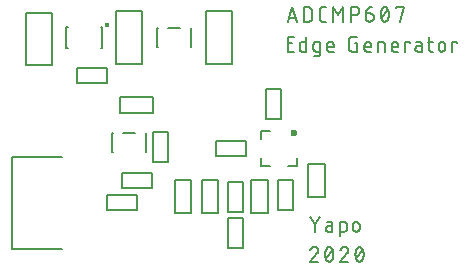
<source format=gto>
G04 EAGLE Gerber RS-274X export*
G75*
%MOMM*%
%FSLAX34Y34*%
%LPD*%
%INSilkscreen Top*%
%IPPOS*%
%AMOC8*
5,1,8,0,0,1.08239X$1,22.5*%
G01*
%ADD10C,0.177800*%
%ADD11C,0.600000*%
%ADD12C,0.127000*%
%ADD13C,0.384181*%


D10*
X235839Y216789D02*
X239988Y229235D01*
X244136Y216789D01*
X243099Y219901D02*
X236876Y219901D01*
X249759Y216789D02*
X249759Y229235D01*
X253216Y229235D01*
X253332Y229233D01*
X253447Y229227D01*
X253562Y229218D01*
X253677Y229204D01*
X253791Y229187D01*
X253905Y229166D01*
X254017Y229141D01*
X254129Y229112D01*
X254240Y229080D01*
X254350Y229044D01*
X254458Y229004D01*
X254566Y228961D01*
X254671Y228914D01*
X254775Y228863D01*
X254877Y228810D01*
X254978Y228752D01*
X255076Y228692D01*
X255172Y228628D01*
X255267Y228561D01*
X255358Y228491D01*
X255448Y228418D01*
X255535Y228342D01*
X255619Y228263D01*
X255701Y228181D01*
X255780Y228097D01*
X255856Y228010D01*
X255929Y227920D01*
X255999Y227829D01*
X256066Y227734D01*
X256130Y227638D01*
X256190Y227540D01*
X256248Y227439D01*
X256301Y227337D01*
X256352Y227233D01*
X256399Y227128D01*
X256442Y227020D01*
X256482Y226912D01*
X256518Y226802D01*
X256550Y226691D01*
X256579Y226579D01*
X256604Y226467D01*
X256625Y226353D01*
X256642Y226239D01*
X256656Y226124D01*
X256665Y226009D01*
X256671Y225893D01*
X256673Y225778D01*
X256673Y220246D01*
X256671Y220130D01*
X256665Y220015D01*
X256656Y219900D01*
X256642Y219785D01*
X256625Y219671D01*
X256604Y219557D01*
X256579Y219445D01*
X256550Y219333D01*
X256518Y219222D01*
X256482Y219112D01*
X256442Y219004D01*
X256399Y218896D01*
X256352Y218791D01*
X256301Y218687D01*
X256248Y218585D01*
X256190Y218484D01*
X256130Y218386D01*
X256066Y218290D01*
X255999Y218195D01*
X255929Y218104D01*
X255856Y218014D01*
X255780Y217927D01*
X255701Y217843D01*
X255619Y217761D01*
X255535Y217682D01*
X255448Y217606D01*
X255358Y217533D01*
X255267Y217463D01*
X255172Y217396D01*
X255076Y217332D01*
X254978Y217272D01*
X254877Y217214D01*
X254775Y217161D01*
X254671Y217110D01*
X254566Y217063D01*
X254458Y217020D01*
X254350Y216980D01*
X254240Y216944D01*
X254129Y216912D01*
X254017Y216883D01*
X253905Y216858D01*
X253791Y216837D01*
X253677Y216820D01*
X253562Y216806D01*
X253447Y216797D01*
X253332Y216791D01*
X253216Y216789D01*
X249759Y216789D01*
X265705Y216789D02*
X268471Y216789D01*
X265705Y216789D02*
X265602Y216791D01*
X265498Y216797D01*
X265395Y216806D01*
X265293Y216820D01*
X265191Y216837D01*
X265090Y216858D01*
X264989Y216883D01*
X264890Y216912D01*
X264791Y216944D01*
X264694Y216980D01*
X264599Y217020D01*
X264505Y217063D01*
X264413Y217110D01*
X264322Y217160D01*
X264233Y217213D01*
X264147Y217270D01*
X264062Y217329D01*
X263980Y217392D01*
X263901Y217458D01*
X263824Y217527D01*
X263749Y217599D01*
X263677Y217674D01*
X263608Y217751D01*
X263542Y217830D01*
X263479Y217912D01*
X263420Y217997D01*
X263363Y218083D01*
X263310Y218172D01*
X263260Y218263D01*
X263213Y218355D01*
X263170Y218449D01*
X263130Y218544D01*
X263094Y218641D01*
X263062Y218740D01*
X263033Y218839D01*
X263008Y218940D01*
X262987Y219041D01*
X262970Y219143D01*
X262956Y219245D01*
X262947Y219348D01*
X262941Y219452D01*
X262939Y219555D01*
X262939Y226469D01*
X262941Y226572D01*
X262947Y226676D01*
X262956Y226779D01*
X262970Y226881D01*
X262987Y226983D01*
X263008Y227084D01*
X263033Y227185D01*
X263062Y227284D01*
X263094Y227383D01*
X263130Y227480D01*
X263170Y227575D01*
X263213Y227669D01*
X263260Y227761D01*
X263310Y227852D01*
X263363Y227941D01*
X263420Y228027D01*
X263479Y228111D01*
X263542Y228194D01*
X263608Y228273D01*
X263677Y228350D01*
X263749Y228425D01*
X263824Y228497D01*
X263901Y228566D01*
X263980Y228632D01*
X264062Y228695D01*
X264147Y228754D01*
X264233Y228811D01*
X264322Y228864D01*
X264413Y228914D01*
X264505Y228961D01*
X264599Y229004D01*
X264694Y229044D01*
X264791Y229080D01*
X264890Y229112D01*
X264989Y229141D01*
X265089Y229166D01*
X265191Y229187D01*
X265293Y229204D01*
X265395Y229218D01*
X265498Y229227D01*
X265602Y229233D01*
X265705Y229235D01*
X268471Y229235D01*
X274244Y229235D02*
X274244Y216789D01*
X278392Y222321D02*
X274244Y229235D01*
X278392Y222321D02*
X282541Y229235D01*
X282541Y216789D01*
X289687Y216789D02*
X289687Y229235D01*
X293144Y229235D01*
X293261Y229233D01*
X293377Y229227D01*
X293494Y229217D01*
X293610Y229203D01*
X293725Y229186D01*
X293840Y229164D01*
X293954Y229139D01*
X294067Y229110D01*
X294179Y229076D01*
X294290Y229040D01*
X294399Y228999D01*
X294507Y228955D01*
X294614Y228907D01*
X294719Y228856D01*
X294822Y228801D01*
X294923Y228742D01*
X295022Y228680D01*
X295119Y228615D01*
X295214Y228547D01*
X295306Y228476D01*
X295396Y228401D01*
X295483Y228323D01*
X295568Y228243D01*
X295650Y228160D01*
X295729Y228074D01*
X295805Y227985D01*
X295878Y227894D01*
X295948Y227801D01*
X296014Y227705D01*
X296078Y227607D01*
X296138Y227506D01*
X296195Y227404D01*
X296248Y227300D01*
X296297Y227195D01*
X296343Y227087D01*
X296386Y226979D01*
X296425Y226868D01*
X296459Y226757D01*
X296491Y226645D01*
X296518Y226531D01*
X296542Y226417D01*
X296561Y226301D01*
X296577Y226186D01*
X296589Y226070D01*
X296597Y225953D01*
X296601Y225836D01*
X296601Y225720D01*
X296597Y225603D01*
X296589Y225486D01*
X296577Y225370D01*
X296561Y225255D01*
X296542Y225139D01*
X296518Y225025D01*
X296491Y224911D01*
X296459Y224799D01*
X296425Y224688D01*
X296386Y224577D01*
X296343Y224469D01*
X296297Y224361D01*
X296248Y224256D01*
X296195Y224152D01*
X296138Y224049D01*
X296078Y223949D01*
X296014Y223851D01*
X295948Y223755D01*
X295878Y223662D01*
X295805Y223571D01*
X295729Y223482D01*
X295650Y223396D01*
X295568Y223313D01*
X295483Y223233D01*
X295396Y223155D01*
X295306Y223080D01*
X295214Y223009D01*
X295119Y222941D01*
X295022Y222876D01*
X294923Y222814D01*
X294822Y222755D01*
X294719Y222700D01*
X294614Y222649D01*
X294507Y222601D01*
X294399Y222557D01*
X294290Y222516D01*
X294179Y222480D01*
X294067Y222446D01*
X293954Y222417D01*
X293840Y222392D01*
X293725Y222370D01*
X293610Y222353D01*
X293494Y222339D01*
X293377Y222329D01*
X293261Y222323D01*
X293144Y222321D01*
X289687Y222321D01*
X301818Y223703D02*
X305967Y223703D01*
X305967Y223704D02*
X306070Y223702D01*
X306174Y223696D01*
X306277Y223687D01*
X306379Y223673D01*
X306481Y223656D01*
X306582Y223635D01*
X306683Y223610D01*
X306782Y223581D01*
X306881Y223549D01*
X306978Y223513D01*
X307073Y223473D01*
X307167Y223430D01*
X307259Y223383D01*
X307350Y223333D01*
X307439Y223280D01*
X307525Y223223D01*
X307610Y223164D01*
X307692Y223101D01*
X307771Y223035D01*
X307848Y222966D01*
X307923Y222894D01*
X307995Y222819D01*
X308064Y222742D01*
X308130Y222663D01*
X308193Y222581D01*
X308252Y222496D01*
X308309Y222410D01*
X308362Y222321D01*
X308412Y222230D01*
X308459Y222138D01*
X308502Y222044D01*
X308542Y221949D01*
X308578Y221852D01*
X308610Y221753D01*
X308639Y221654D01*
X308664Y221553D01*
X308685Y221452D01*
X308702Y221350D01*
X308716Y221248D01*
X308725Y221145D01*
X308731Y221041D01*
X308733Y220938D01*
X308733Y220246D01*
X308731Y220129D01*
X308725Y220013D01*
X308715Y219896D01*
X308701Y219780D01*
X308684Y219665D01*
X308662Y219550D01*
X308637Y219436D01*
X308608Y219323D01*
X308574Y219211D01*
X308538Y219100D01*
X308497Y218991D01*
X308453Y218883D01*
X308405Y218776D01*
X308354Y218671D01*
X308299Y218568D01*
X308240Y218467D01*
X308178Y218368D01*
X308113Y218271D01*
X308045Y218176D01*
X307974Y218084D01*
X307899Y217994D01*
X307821Y217907D01*
X307741Y217822D01*
X307658Y217740D01*
X307572Y217661D01*
X307483Y217585D01*
X307392Y217512D01*
X307299Y217442D01*
X307203Y217376D01*
X307105Y217312D01*
X307005Y217252D01*
X306902Y217195D01*
X306798Y217142D01*
X306693Y217093D01*
X306585Y217047D01*
X306477Y217004D01*
X306366Y216965D01*
X306255Y216931D01*
X306143Y216899D01*
X306029Y216872D01*
X305915Y216848D01*
X305799Y216829D01*
X305684Y216813D01*
X305568Y216801D01*
X305451Y216793D01*
X305334Y216789D01*
X305218Y216789D01*
X305101Y216793D01*
X304984Y216801D01*
X304868Y216813D01*
X304753Y216829D01*
X304637Y216848D01*
X304523Y216872D01*
X304409Y216899D01*
X304297Y216931D01*
X304186Y216965D01*
X304075Y217004D01*
X303967Y217047D01*
X303859Y217093D01*
X303754Y217142D01*
X303650Y217195D01*
X303548Y217252D01*
X303447Y217312D01*
X303349Y217376D01*
X303253Y217442D01*
X303160Y217512D01*
X303069Y217585D01*
X302980Y217661D01*
X302894Y217740D01*
X302811Y217822D01*
X302731Y217907D01*
X302653Y217994D01*
X302578Y218084D01*
X302507Y218176D01*
X302439Y218271D01*
X302374Y218368D01*
X302312Y218467D01*
X302253Y218568D01*
X302198Y218671D01*
X302147Y218776D01*
X302099Y218883D01*
X302055Y218991D01*
X302014Y219100D01*
X301978Y219211D01*
X301944Y219323D01*
X301915Y219436D01*
X301890Y219550D01*
X301868Y219665D01*
X301851Y219780D01*
X301837Y219896D01*
X301827Y220013D01*
X301821Y220129D01*
X301819Y220246D01*
X301818Y220246D02*
X301818Y223703D01*
X301820Y223850D01*
X301826Y223997D01*
X301836Y224144D01*
X301849Y224291D01*
X301867Y224437D01*
X301888Y224583D01*
X301914Y224728D01*
X301943Y224872D01*
X301976Y225016D01*
X302013Y225158D01*
X302054Y225300D01*
X302098Y225440D01*
X302146Y225580D01*
X302198Y225718D01*
X302253Y225854D01*
X302312Y225989D01*
X302375Y226122D01*
X302441Y226254D01*
X302511Y226384D01*
X302584Y226511D01*
X302660Y226637D01*
X302740Y226761D01*
X302823Y226883D01*
X302909Y227002D01*
X302999Y227119D01*
X303091Y227234D01*
X303187Y227346D01*
X303285Y227455D01*
X303387Y227562D01*
X303491Y227666D01*
X303598Y227768D01*
X303707Y227866D01*
X303819Y227962D01*
X303934Y228054D01*
X304051Y228144D01*
X304170Y228230D01*
X304292Y228313D01*
X304416Y228393D01*
X304542Y228469D01*
X304669Y228542D01*
X304799Y228612D01*
X304931Y228678D01*
X305064Y228741D01*
X305199Y228800D01*
X305335Y228855D01*
X305473Y228907D01*
X305613Y228955D01*
X305753Y228999D01*
X305894Y229040D01*
X306037Y229077D01*
X306181Y229110D01*
X306325Y229139D01*
X306470Y229165D01*
X306616Y229186D01*
X306762Y229204D01*
X306909Y229217D01*
X307056Y229227D01*
X307203Y229233D01*
X307350Y229235D01*
X315657Y227506D02*
X315552Y227285D01*
X315453Y227061D01*
X315359Y226835D01*
X315271Y226607D01*
X315188Y226376D01*
X315110Y226144D01*
X315038Y225910D01*
X314972Y225674D01*
X314911Y225437D01*
X314856Y225199D01*
X314806Y224959D01*
X314763Y224718D01*
X314725Y224476D01*
X314693Y224233D01*
X314667Y223990D01*
X314646Y223746D01*
X314632Y223502D01*
X314623Y223257D01*
X314620Y223012D01*
X315657Y227507D02*
X315691Y227600D01*
X315729Y227692D01*
X315770Y227782D01*
X315814Y227870D01*
X315862Y227957D01*
X315914Y228042D01*
X315968Y228125D01*
X316026Y228205D01*
X316087Y228284D01*
X316150Y228360D01*
X316217Y228433D01*
X316287Y228504D01*
X316359Y228572D01*
X316433Y228637D01*
X316511Y228699D01*
X316590Y228759D01*
X316672Y228815D01*
X316756Y228867D01*
X316842Y228917D01*
X316930Y228963D01*
X317019Y229006D01*
X317110Y229045D01*
X317203Y229081D01*
X317296Y229113D01*
X317391Y229141D01*
X317487Y229166D01*
X317584Y229187D01*
X317682Y229204D01*
X317780Y229218D01*
X317879Y229227D01*
X317978Y229233D01*
X318077Y229235D01*
X318176Y229233D01*
X318275Y229227D01*
X318374Y229218D01*
X318472Y229204D01*
X318570Y229187D01*
X318667Y229166D01*
X318763Y229141D01*
X318858Y229113D01*
X318951Y229081D01*
X319044Y229045D01*
X319135Y229006D01*
X319225Y228963D01*
X319312Y228917D01*
X319398Y228867D01*
X319482Y228815D01*
X319564Y228759D01*
X319643Y228699D01*
X319721Y228637D01*
X319795Y228572D01*
X319867Y228504D01*
X319937Y228433D01*
X320004Y228360D01*
X320067Y228284D01*
X320128Y228205D01*
X320186Y228125D01*
X320240Y228042D01*
X320292Y227957D01*
X320340Y227870D01*
X320384Y227782D01*
X320425Y227691D01*
X320463Y227600D01*
X320497Y227507D01*
X320497Y227506D02*
X320601Y227285D01*
X320701Y227061D01*
X320795Y226835D01*
X320883Y226607D01*
X320966Y226376D01*
X321044Y226144D01*
X321116Y225910D01*
X321182Y225675D01*
X321243Y225437D01*
X321298Y225199D01*
X321348Y224959D01*
X321391Y224718D01*
X321429Y224476D01*
X321461Y224233D01*
X321487Y223990D01*
X321508Y223746D01*
X321522Y223502D01*
X321531Y223257D01*
X321534Y223012D01*
X314620Y223012D02*
X314623Y222767D01*
X314632Y222522D01*
X314646Y222278D01*
X314667Y222034D01*
X314693Y221791D01*
X314725Y221548D01*
X314763Y221306D01*
X314806Y221065D01*
X314856Y220825D01*
X314911Y220587D01*
X314972Y220349D01*
X315038Y220114D01*
X315110Y219880D01*
X315188Y219647D01*
X315271Y219417D01*
X315359Y219189D01*
X315453Y218963D01*
X315553Y218739D01*
X315657Y218517D01*
X315691Y218424D01*
X315729Y218332D01*
X315770Y218242D01*
X315814Y218154D01*
X315862Y218067D01*
X315914Y217982D01*
X315968Y217899D01*
X316026Y217819D01*
X316087Y217740D01*
X316150Y217664D01*
X316217Y217591D01*
X316287Y217520D01*
X316359Y217452D01*
X316433Y217387D01*
X316511Y217325D01*
X316590Y217265D01*
X316672Y217209D01*
X316756Y217157D01*
X316842Y217107D01*
X316930Y217061D01*
X317019Y217018D01*
X317110Y216979D01*
X317203Y216943D01*
X317296Y216911D01*
X317391Y216883D01*
X317487Y216858D01*
X317584Y216837D01*
X317682Y216820D01*
X317780Y216806D01*
X317879Y216797D01*
X317978Y216791D01*
X318077Y216789D01*
X320497Y218518D02*
X320602Y218739D01*
X320701Y218963D01*
X320795Y219189D01*
X320883Y219417D01*
X320966Y219648D01*
X321044Y219880D01*
X321116Y220114D01*
X321182Y220350D01*
X321243Y220587D01*
X321298Y220825D01*
X321348Y221065D01*
X321391Y221306D01*
X321429Y221548D01*
X321461Y221791D01*
X321487Y222034D01*
X321508Y222278D01*
X321522Y222522D01*
X321531Y222767D01*
X321534Y223012D01*
X320497Y218517D02*
X320463Y218424D01*
X320425Y218332D01*
X320384Y218242D01*
X320340Y218154D01*
X320292Y218067D01*
X320240Y217982D01*
X320186Y217899D01*
X320128Y217819D01*
X320067Y217740D01*
X320004Y217664D01*
X319937Y217591D01*
X319867Y217520D01*
X319795Y217452D01*
X319721Y217387D01*
X319643Y217325D01*
X319564Y217265D01*
X319482Y217209D01*
X319398Y217157D01*
X319312Y217107D01*
X319225Y217061D01*
X319135Y217018D01*
X319044Y216979D01*
X318951Y216943D01*
X318858Y216911D01*
X318763Y216883D01*
X318667Y216858D01*
X318570Y216837D01*
X318472Y216820D01*
X318374Y216806D01*
X318275Y216797D01*
X318176Y216791D01*
X318077Y216789D01*
X315311Y219555D02*
X320843Y226469D01*
X327422Y227852D02*
X327422Y229235D01*
X334336Y229235D01*
X330879Y216789D01*
X241371Y191389D02*
X235839Y191389D01*
X235839Y203835D01*
X241371Y203835D01*
X239988Y198303D02*
X235839Y198303D01*
X251760Y203835D02*
X251760Y191389D01*
X248302Y191389D01*
X248214Y191391D01*
X248126Y191396D01*
X248039Y191406D01*
X247951Y191419D01*
X247865Y191436D01*
X247779Y191456D01*
X247695Y191480D01*
X247611Y191507D01*
X247529Y191539D01*
X247448Y191573D01*
X247368Y191611D01*
X247291Y191652D01*
X247215Y191697D01*
X247141Y191745D01*
X247069Y191796D01*
X246999Y191849D01*
X246932Y191906D01*
X246867Y191966D01*
X246805Y192028D01*
X246745Y192093D01*
X246688Y192160D01*
X246635Y192230D01*
X246584Y192302D01*
X246536Y192376D01*
X246491Y192452D01*
X246450Y192529D01*
X246412Y192609D01*
X246378Y192690D01*
X246346Y192772D01*
X246319Y192856D01*
X246295Y192940D01*
X246275Y193026D01*
X246258Y193112D01*
X246245Y193200D01*
X246235Y193287D01*
X246230Y193375D01*
X246228Y193463D01*
X246228Y197612D01*
X246230Y197700D01*
X246235Y197788D01*
X246245Y197875D01*
X246258Y197963D01*
X246275Y198049D01*
X246295Y198135D01*
X246319Y198219D01*
X246346Y198303D01*
X246378Y198385D01*
X246412Y198466D01*
X246450Y198546D01*
X246491Y198623D01*
X246536Y198699D01*
X246584Y198773D01*
X246635Y198845D01*
X246688Y198915D01*
X246745Y198982D01*
X246805Y199047D01*
X246867Y199109D01*
X246932Y199169D01*
X246999Y199226D01*
X247069Y199279D01*
X247141Y199330D01*
X247215Y199378D01*
X247291Y199423D01*
X247368Y199464D01*
X247448Y199502D01*
X247529Y199536D01*
X247611Y199568D01*
X247695Y199595D01*
X247779Y199619D01*
X247865Y199639D01*
X247951Y199656D01*
X248039Y199669D01*
X248126Y199679D01*
X248214Y199684D01*
X248302Y199686D01*
X251760Y199686D01*
X259824Y191389D02*
X263281Y191389D01*
X259824Y191389D02*
X259736Y191391D01*
X259648Y191396D01*
X259561Y191406D01*
X259473Y191419D01*
X259387Y191436D01*
X259301Y191456D01*
X259217Y191480D01*
X259133Y191507D01*
X259051Y191539D01*
X258970Y191573D01*
X258890Y191611D01*
X258813Y191652D01*
X258737Y191697D01*
X258663Y191745D01*
X258591Y191796D01*
X258521Y191849D01*
X258454Y191906D01*
X258389Y191966D01*
X258327Y192028D01*
X258267Y192093D01*
X258210Y192160D01*
X258157Y192230D01*
X258106Y192302D01*
X258058Y192376D01*
X258013Y192452D01*
X257972Y192529D01*
X257934Y192609D01*
X257900Y192690D01*
X257868Y192772D01*
X257841Y192856D01*
X257817Y192940D01*
X257797Y193026D01*
X257780Y193112D01*
X257767Y193200D01*
X257757Y193287D01*
X257752Y193375D01*
X257750Y193463D01*
X257750Y197612D01*
X257752Y197700D01*
X257757Y197788D01*
X257767Y197875D01*
X257780Y197963D01*
X257797Y198049D01*
X257817Y198135D01*
X257841Y198219D01*
X257868Y198303D01*
X257900Y198385D01*
X257934Y198466D01*
X257972Y198546D01*
X258013Y198623D01*
X258058Y198699D01*
X258106Y198773D01*
X258157Y198845D01*
X258210Y198915D01*
X258267Y198982D01*
X258327Y199047D01*
X258389Y199109D01*
X258454Y199169D01*
X258521Y199226D01*
X258591Y199279D01*
X258663Y199330D01*
X258737Y199378D01*
X258813Y199423D01*
X258890Y199464D01*
X258970Y199502D01*
X259051Y199536D01*
X259133Y199568D01*
X259217Y199595D01*
X259301Y199619D01*
X259387Y199639D01*
X259473Y199656D01*
X259561Y199669D01*
X259648Y199679D01*
X259736Y199684D01*
X259824Y199686D01*
X263281Y199686D01*
X263281Y189315D01*
X263279Y189225D01*
X263273Y189134D01*
X263263Y189044D01*
X263249Y188955D01*
X263232Y188866D01*
X263210Y188778D01*
X263185Y188691D01*
X263156Y188606D01*
X263123Y188521D01*
X263087Y188439D01*
X263047Y188357D01*
X263003Y188278D01*
X262956Y188201D01*
X262906Y188125D01*
X262852Y188052D01*
X262796Y187982D01*
X262736Y187914D01*
X262674Y187848D01*
X262608Y187786D01*
X262540Y187726D01*
X262470Y187670D01*
X262397Y187616D01*
X262321Y187566D01*
X262244Y187519D01*
X262165Y187475D01*
X262084Y187435D01*
X262001Y187399D01*
X261916Y187366D01*
X261831Y187337D01*
X261744Y187312D01*
X261656Y187290D01*
X261567Y187273D01*
X261478Y187259D01*
X261388Y187249D01*
X261298Y187243D01*
X261207Y187241D01*
X261207Y187240D02*
X258441Y187240D01*
X271430Y191389D02*
X274887Y191389D01*
X271430Y191389D02*
X271342Y191391D01*
X271254Y191396D01*
X271167Y191406D01*
X271079Y191419D01*
X270993Y191436D01*
X270907Y191456D01*
X270823Y191480D01*
X270739Y191507D01*
X270657Y191539D01*
X270576Y191573D01*
X270496Y191611D01*
X270419Y191652D01*
X270343Y191697D01*
X270269Y191745D01*
X270197Y191796D01*
X270127Y191849D01*
X270060Y191906D01*
X269995Y191966D01*
X269933Y192028D01*
X269873Y192093D01*
X269816Y192160D01*
X269763Y192230D01*
X269712Y192302D01*
X269664Y192376D01*
X269619Y192452D01*
X269578Y192529D01*
X269540Y192609D01*
X269506Y192690D01*
X269474Y192772D01*
X269447Y192856D01*
X269423Y192940D01*
X269403Y193026D01*
X269386Y193112D01*
X269373Y193200D01*
X269363Y193287D01*
X269358Y193375D01*
X269356Y193463D01*
X269355Y193463D02*
X269355Y196921D01*
X269357Y197024D01*
X269363Y197128D01*
X269372Y197231D01*
X269386Y197333D01*
X269403Y197435D01*
X269424Y197536D01*
X269449Y197637D01*
X269478Y197736D01*
X269510Y197835D01*
X269546Y197932D01*
X269586Y198027D01*
X269629Y198121D01*
X269676Y198213D01*
X269726Y198304D01*
X269779Y198393D01*
X269836Y198479D01*
X269895Y198564D01*
X269958Y198646D01*
X270024Y198725D01*
X270093Y198802D01*
X270165Y198877D01*
X270240Y198949D01*
X270317Y199018D01*
X270396Y199084D01*
X270478Y199147D01*
X270563Y199206D01*
X270649Y199263D01*
X270738Y199316D01*
X270829Y199366D01*
X270921Y199413D01*
X271015Y199456D01*
X271110Y199496D01*
X271207Y199532D01*
X271306Y199564D01*
X271405Y199593D01*
X271506Y199618D01*
X271607Y199639D01*
X271709Y199656D01*
X271811Y199670D01*
X271914Y199679D01*
X272018Y199685D01*
X272121Y199687D01*
X272224Y199685D01*
X272328Y199679D01*
X272431Y199670D01*
X272533Y199656D01*
X272635Y199639D01*
X272736Y199618D01*
X272837Y199593D01*
X272936Y199564D01*
X273035Y199532D01*
X273132Y199496D01*
X273227Y199456D01*
X273321Y199413D01*
X273413Y199366D01*
X273504Y199316D01*
X273593Y199263D01*
X273679Y199206D01*
X273764Y199147D01*
X273846Y199084D01*
X273925Y199018D01*
X274002Y198949D01*
X274077Y198877D01*
X274149Y198802D01*
X274218Y198725D01*
X274284Y198646D01*
X274347Y198564D01*
X274406Y198479D01*
X274463Y198393D01*
X274516Y198304D01*
X274566Y198213D01*
X274613Y198121D01*
X274656Y198027D01*
X274696Y197932D01*
X274732Y197835D01*
X274764Y197736D01*
X274793Y197637D01*
X274818Y197536D01*
X274839Y197435D01*
X274856Y197333D01*
X274870Y197231D01*
X274879Y197128D01*
X274885Y197024D01*
X274887Y196921D01*
X274887Y195538D01*
X269355Y195538D01*
X292707Y198303D02*
X294781Y198303D01*
X294781Y191389D01*
X290632Y191389D01*
X290529Y191391D01*
X290425Y191397D01*
X290322Y191406D01*
X290220Y191420D01*
X290118Y191437D01*
X290017Y191458D01*
X289916Y191483D01*
X289817Y191512D01*
X289718Y191544D01*
X289621Y191580D01*
X289526Y191620D01*
X289432Y191663D01*
X289340Y191710D01*
X289249Y191760D01*
X289160Y191813D01*
X289074Y191870D01*
X288989Y191929D01*
X288907Y191992D01*
X288828Y192058D01*
X288751Y192127D01*
X288676Y192199D01*
X288604Y192274D01*
X288535Y192351D01*
X288469Y192430D01*
X288406Y192512D01*
X288347Y192597D01*
X288290Y192683D01*
X288237Y192772D01*
X288187Y192863D01*
X288140Y192955D01*
X288097Y193049D01*
X288057Y193144D01*
X288021Y193241D01*
X287989Y193340D01*
X287960Y193439D01*
X287935Y193540D01*
X287914Y193641D01*
X287897Y193743D01*
X287883Y193845D01*
X287874Y193948D01*
X287868Y194052D01*
X287866Y194155D01*
X287866Y201069D01*
X287868Y201172D01*
X287874Y201276D01*
X287883Y201379D01*
X287897Y201481D01*
X287914Y201583D01*
X287935Y201684D01*
X287960Y201785D01*
X287989Y201884D01*
X288021Y201983D01*
X288057Y202080D01*
X288097Y202175D01*
X288140Y202269D01*
X288187Y202361D01*
X288237Y202452D01*
X288290Y202541D01*
X288347Y202627D01*
X288406Y202711D01*
X288469Y202794D01*
X288535Y202873D01*
X288604Y202950D01*
X288676Y203025D01*
X288751Y203097D01*
X288828Y203166D01*
X288907Y203232D01*
X288989Y203295D01*
X289074Y203354D01*
X289160Y203411D01*
X289249Y203464D01*
X289340Y203514D01*
X289432Y203561D01*
X289526Y203604D01*
X289621Y203644D01*
X289718Y203680D01*
X289817Y203712D01*
X289916Y203741D01*
X290016Y203766D01*
X290118Y203787D01*
X290220Y203804D01*
X290322Y203818D01*
X290425Y203827D01*
X290529Y203833D01*
X290632Y203835D01*
X294781Y203835D01*
X303007Y191389D02*
X306464Y191389D01*
X303007Y191389D02*
X302919Y191391D01*
X302831Y191396D01*
X302744Y191406D01*
X302656Y191419D01*
X302570Y191436D01*
X302484Y191456D01*
X302400Y191480D01*
X302316Y191507D01*
X302234Y191539D01*
X302153Y191573D01*
X302073Y191611D01*
X301996Y191652D01*
X301920Y191697D01*
X301846Y191745D01*
X301774Y191796D01*
X301704Y191849D01*
X301637Y191906D01*
X301572Y191966D01*
X301510Y192028D01*
X301450Y192093D01*
X301393Y192160D01*
X301340Y192230D01*
X301289Y192302D01*
X301241Y192376D01*
X301196Y192452D01*
X301155Y192529D01*
X301117Y192609D01*
X301083Y192690D01*
X301051Y192772D01*
X301024Y192856D01*
X301000Y192940D01*
X300980Y193026D01*
X300963Y193112D01*
X300950Y193200D01*
X300940Y193287D01*
X300935Y193375D01*
X300933Y193463D01*
X300933Y196921D01*
X300932Y196921D02*
X300934Y197024D01*
X300940Y197128D01*
X300949Y197231D01*
X300963Y197333D01*
X300980Y197435D01*
X301001Y197536D01*
X301026Y197637D01*
X301055Y197736D01*
X301087Y197835D01*
X301123Y197932D01*
X301163Y198027D01*
X301206Y198121D01*
X301253Y198213D01*
X301303Y198304D01*
X301356Y198393D01*
X301413Y198479D01*
X301472Y198564D01*
X301535Y198646D01*
X301601Y198725D01*
X301670Y198802D01*
X301742Y198877D01*
X301817Y198949D01*
X301894Y199018D01*
X301973Y199084D01*
X302055Y199147D01*
X302140Y199206D01*
X302226Y199263D01*
X302315Y199316D01*
X302406Y199366D01*
X302498Y199413D01*
X302592Y199456D01*
X302687Y199496D01*
X302784Y199532D01*
X302883Y199564D01*
X302982Y199593D01*
X303083Y199618D01*
X303184Y199639D01*
X303286Y199656D01*
X303388Y199670D01*
X303491Y199679D01*
X303595Y199685D01*
X303698Y199687D01*
X303801Y199685D01*
X303905Y199679D01*
X304008Y199670D01*
X304110Y199656D01*
X304212Y199639D01*
X304313Y199618D01*
X304414Y199593D01*
X304513Y199564D01*
X304612Y199532D01*
X304709Y199496D01*
X304804Y199456D01*
X304898Y199413D01*
X304990Y199366D01*
X305081Y199316D01*
X305170Y199263D01*
X305256Y199206D01*
X305341Y199147D01*
X305423Y199084D01*
X305502Y199018D01*
X305579Y198949D01*
X305654Y198877D01*
X305726Y198802D01*
X305795Y198725D01*
X305861Y198646D01*
X305924Y198564D01*
X305983Y198479D01*
X306040Y198393D01*
X306093Y198304D01*
X306143Y198213D01*
X306190Y198121D01*
X306233Y198027D01*
X306273Y197932D01*
X306309Y197835D01*
X306341Y197736D01*
X306370Y197637D01*
X306395Y197536D01*
X306416Y197435D01*
X306433Y197333D01*
X306447Y197231D01*
X306456Y197128D01*
X306462Y197024D01*
X306464Y196921D01*
X306464Y195538D01*
X300933Y195538D01*
X312454Y199686D02*
X312454Y191389D01*
X312454Y199686D02*
X315911Y199686D01*
X315999Y199684D01*
X316087Y199679D01*
X316174Y199669D01*
X316262Y199656D01*
X316348Y199639D01*
X316434Y199619D01*
X316518Y199595D01*
X316602Y199568D01*
X316684Y199536D01*
X316765Y199502D01*
X316845Y199464D01*
X316922Y199423D01*
X316998Y199378D01*
X317072Y199330D01*
X317144Y199279D01*
X317214Y199226D01*
X317281Y199169D01*
X317346Y199109D01*
X317408Y199047D01*
X317468Y198982D01*
X317525Y198915D01*
X317578Y198845D01*
X317629Y198773D01*
X317677Y198699D01*
X317722Y198623D01*
X317763Y198546D01*
X317801Y198466D01*
X317835Y198385D01*
X317867Y198303D01*
X317894Y198219D01*
X317918Y198135D01*
X317938Y198049D01*
X317955Y197963D01*
X317968Y197875D01*
X317978Y197788D01*
X317983Y197700D01*
X317985Y197612D01*
X317986Y197612D02*
X317986Y191389D01*
X326050Y191389D02*
X329507Y191389D01*
X326050Y191389D02*
X325962Y191391D01*
X325874Y191396D01*
X325787Y191406D01*
X325699Y191419D01*
X325613Y191436D01*
X325527Y191456D01*
X325443Y191480D01*
X325359Y191507D01*
X325277Y191539D01*
X325196Y191573D01*
X325116Y191611D01*
X325039Y191652D01*
X324963Y191697D01*
X324889Y191745D01*
X324817Y191796D01*
X324747Y191849D01*
X324680Y191906D01*
X324615Y191966D01*
X324553Y192028D01*
X324493Y192093D01*
X324436Y192160D01*
X324383Y192230D01*
X324332Y192302D01*
X324284Y192376D01*
X324239Y192452D01*
X324198Y192529D01*
X324160Y192609D01*
X324126Y192690D01*
X324094Y192772D01*
X324067Y192856D01*
X324043Y192940D01*
X324023Y193026D01*
X324006Y193112D01*
X323993Y193200D01*
X323983Y193287D01*
X323978Y193375D01*
X323976Y193463D01*
X323976Y196921D01*
X323975Y196921D02*
X323977Y197024D01*
X323983Y197128D01*
X323992Y197231D01*
X324006Y197333D01*
X324023Y197435D01*
X324044Y197536D01*
X324069Y197637D01*
X324098Y197736D01*
X324130Y197835D01*
X324166Y197932D01*
X324206Y198027D01*
X324249Y198121D01*
X324296Y198213D01*
X324346Y198304D01*
X324399Y198393D01*
X324456Y198479D01*
X324515Y198564D01*
X324578Y198646D01*
X324644Y198725D01*
X324713Y198802D01*
X324785Y198877D01*
X324860Y198949D01*
X324937Y199018D01*
X325016Y199084D01*
X325098Y199147D01*
X325183Y199206D01*
X325269Y199263D01*
X325358Y199316D01*
X325449Y199366D01*
X325541Y199413D01*
X325635Y199456D01*
X325730Y199496D01*
X325827Y199532D01*
X325926Y199564D01*
X326025Y199593D01*
X326126Y199618D01*
X326227Y199639D01*
X326329Y199656D01*
X326431Y199670D01*
X326534Y199679D01*
X326638Y199685D01*
X326741Y199687D01*
X326844Y199685D01*
X326948Y199679D01*
X327051Y199670D01*
X327153Y199656D01*
X327255Y199639D01*
X327356Y199618D01*
X327457Y199593D01*
X327556Y199564D01*
X327655Y199532D01*
X327752Y199496D01*
X327847Y199456D01*
X327941Y199413D01*
X328033Y199366D01*
X328124Y199316D01*
X328213Y199263D01*
X328299Y199206D01*
X328384Y199147D01*
X328466Y199084D01*
X328545Y199018D01*
X328622Y198949D01*
X328697Y198877D01*
X328769Y198802D01*
X328838Y198725D01*
X328904Y198646D01*
X328967Y198564D01*
X329026Y198479D01*
X329083Y198393D01*
X329136Y198304D01*
X329186Y198213D01*
X329233Y198121D01*
X329276Y198027D01*
X329316Y197932D01*
X329352Y197835D01*
X329384Y197736D01*
X329413Y197637D01*
X329438Y197536D01*
X329459Y197435D01*
X329476Y197333D01*
X329490Y197231D01*
X329499Y197128D01*
X329505Y197024D01*
X329507Y196921D01*
X329507Y195538D01*
X323976Y195538D01*
X335592Y191389D02*
X335592Y199686D01*
X339741Y199686D01*
X339741Y198303D01*
X346367Y196229D02*
X349478Y196229D01*
X346367Y196229D02*
X346270Y196227D01*
X346172Y196221D01*
X346075Y196211D01*
X345979Y196198D01*
X345883Y196180D01*
X345788Y196159D01*
X345694Y196133D01*
X345601Y196104D01*
X345509Y196072D01*
X345418Y196035D01*
X345330Y195995D01*
X345242Y195952D01*
X345157Y195905D01*
X345074Y195854D01*
X344992Y195801D01*
X344913Y195744D01*
X344836Y195684D01*
X344762Y195620D01*
X344691Y195554D01*
X344622Y195485D01*
X344556Y195414D01*
X344492Y195340D01*
X344432Y195263D01*
X344375Y195184D01*
X344322Y195102D01*
X344271Y195019D01*
X344224Y194934D01*
X344181Y194846D01*
X344141Y194758D01*
X344104Y194667D01*
X344072Y194575D01*
X344043Y194482D01*
X344017Y194388D01*
X343996Y194293D01*
X343978Y194197D01*
X343965Y194101D01*
X343955Y194004D01*
X343949Y193906D01*
X343947Y193809D01*
X343949Y193712D01*
X343955Y193614D01*
X343965Y193517D01*
X343978Y193421D01*
X343996Y193325D01*
X344017Y193230D01*
X344043Y193136D01*
X344072Y193043D01*
X344104Y192951D01*
X344141Y192860D01*
X344181Y192772D01*
X344224Y192684D01*
X344271Y192599D01*
X344322Y192516D01*
X344375Y192434D01*
X344432Y192355D01*
X344492Y192278D01*
X344556Y192204D01*
X344622Y192133D01*
X344691Y192064D01*
X344762Y191998D01*
X344836Y191934D01*
X344913Y191874D01*
X344992Y191817D01*
X345074Y191764D01*
X345157Y191713D01*
X345242Y191666D01*
X345330Y191623D01*
X345418Y191583D01*
X345509Y191546D01*
X345601Y191514D01*
X345694Y191485D01*
X345788Y191459D01*
X345883Y191438D01*
X345979Y191420D01*
X346075Y191407D01*
X346172Y191397D01*
X346270Y191391D01*
X346367Y191389D01*
X349478Y191389D01*
X349478Y197612D01*
X349476Y197700D01*
X349471Y197788D01*
X349461Y197875D01*
X349448Y197963D01*
X349431Y198049D01*
X349411Y198135D01*
X349387Y198219D01*
X349360Y198303D01*
X349328Y198385D01*
X349294Y198466D01*
X349256Y198546D01*
X349215Y198623D01*
X349170Y198699D01*
X349122Y198773D01*
X349071Y198845D01*
X349018Y198915D01*
X348961Y198982D01*
X348901Y199047D01*
X348839Y199109D01*
X348774Y199169D01*
X348707Y199226D01*
X348637Y199279D01*
X348565Y199330D01*
X348491Y199378D01*
X348415Y199423D01*
X348338Y199464D01*
X348258Y199502D01*
X348177Y199536D01*
X348095Y199568D01*
X348011Y199595D01*
X347927Y199619D01*
X347841Y199639D01*
X347755Y199656D01*
X347667Y199669D01*
X347580Y199679D01*
X347492Y199684D01*
X347404Y199686D01*
X344638Y199686D01*
X354405Y199686D02*
X358553Y199686D01*
X355788Y203835D02*
X355788Y193463D01*
X355790Y193375D01*
X355795Y193287D01*
X355805Y193200D01*
X355818Y193112D01*
X355835Y193026D01*
X355855Y192940D01*
X355879Y192856D01*
X355906Y192772D01*
X355938Y192690D01*
X355972Y192609D01*
X356010Y192529D01*
X356051Y192452D01*
X356096Y192376D01*
X356144Y192302D01*
X356195Y192230D01*
X356248Y192160D01*
X356305Y192093D01*
X356365Y192028D01*
X356427Y191966D01*
X356492Y191906D01*
X356559Y191849D01*
X356629Y191795D01*
X356701Y191745D01*
X356775Y191697D01*
X356851Y191652D01*
X356928Y191611D01*
X357008Y191573D01*
X357089Y191539D01*
X357171Y191507D01*
X357255Y191480D01*
X357339Y191456D01*
X357425Y191436D01*
X357512Y191419D01*
X357599Y191406D01*
X357686Y191396D01*
X357774Y191391D01*
X357862Y191389D01*
X358553Y191389D01*
X363660Y194155D02*
X363660Y196921D01*
X363662Y197024D01*
X363668Y197128D01*
X363677Y197231D01*
X363691Y197333D01*
X363708Y197435D01*
X363729Y197536D01*
X363754Y197637D01*
X363783Y197736D01*
X363815Y197835D01*
X363851Y197932D01*
X363891Y198027D01*
X363934Y198121D01*
X363981Y198213D01*
X364031Y198304D01*
X364084Y198393D01*
X364141Y198479D01*
X364200Y198564D01*
X364263Y198646D01*
X364329Y198725D01*
X364398Y198802D01*
X364470Y198877D01*
X364545Y198949D01*
X364622Y199018D01*
X364701Y199084D01*
X364783Y199147D01*
X364868Y199206D01*
X364954Y199263D01*
X365043Y199316D01*
X365134Y199366D01*
X365226Y199413D01*
X365320Y199456D01*
X365415Y199496D01*
X365512Y199532D01*
X365611Y199564D01*
X365710Y199593D01*
X365811Y199618D01*
X365912Y199639D01*
X366014Y199656D01*
X366116Y199670D01*
X366219Y199679D01*
X366323Y199685D01*
X366426Y199687D01*
X366529Y199685D01*
X366633Y199679D01*
X366736Y199670D01*
X366838Y199656D01*
X366940Y199639D01*
X367041Y199618D01*
X367142Y199593D01*
X367241Y199564D01*
X367340Y199532D01*
X367437Y199496D01*
X367532Y199456D01*
X367626Y199413D01*
X367718Y199366D01*
X367809Y199316D01*
X367898Y199263D01*
X367984Y199206D01*
X368069Y199147D01*
X368151Y199084D01*
X368230Y199018D01*
X368307Y198949D01*
X368382Y198877D01*
X368454Y198802D01*
X368523Y198725D01*
X368589Y198646D01*
X368652Y198564D01*
X368711Y198479D01*
X368768Y198393D01*
X368821Y198304D01*
X368871Y198213D01*
X368918Y198121D01*
X368961Y198027D01*
X369001Y197932D01*
X369037Y197835D01*
X369069Y197736D01*
X369098Y197637D01*
X369123Y197536D01*
X369144Y197435D01*
X369161Y197333D01*
X369175Y197231D01*
X369184Y197128D01*
X369190Y197024D01*
X369192Y196921D01*
X369192Y194155D01*
X369190Y194052D01*
X369184Y193948D01*
X369175Y193845D01*
X369161Y193743D01*
X369144Y193641D01*
X369123Y193540D01*
X369098Y193439D01*
X369069Y193340D01*
X369037Y193241D01*
X369001Y193144D01*
X368961Y193049D01*
X368918Y192955D01*
X368871Y192863D01*
X368821Y192772D01*
X368768Y192683D01*
X368711Y192597D01*
X368652Y192512D01*
X368589Y192430D01*
X368523Y192351D01*
X368454Y192274D01*
X368382Y192199D01*
X368307Y192127D01*
X368230Y192058D01*
X368151Y191992D01*
X368069Y191929D01*
X367984Y191870D01*
X367898Y191813D01*
X367809Y191760D01*
X367718Y191710D01*
X367626Y191663D01*
X367532Y191620D01*
X367437Y191580D01*
X367340Y191544D01*
X367241Y191512D01*
X367142Y191483D01*
X367041Y191458D01*
X366940Y191437D01*
X366838Y191420D01*
X366736Y191406D01*
X366633Y191397D01*
X366529Y191391D01*
X366426Y191389D01*
X366323Y191391D01*
X366219Y191397D01*
X366116Y191406D01*
X366014Y191420D01*
X365912Y191437D01*
X365811Y191458D01*
X365710Y191483D01*
X365611Y191512D01*
X365512Y191544D01*
X365415Y191580D01*
X365320Y191620D01*
X365226Y191663D01*
X365134Y191710D01*
X365043Y191760D01*
X364954Y191813D01*
X364868Y191870D01*
X364783Y191929D01*
X364701Y191992D01*
X364622Y192058D01*
X364545Y192127D01*
X364470Y192199D01*
X364398Y192274D01*
X364329Y192351D01*
X364263Y192430D01*
X364200Y192512D01*
X364141Y192597D01*
X364084Y192683D01*
X364031Y192772D01*
X363981Y192863D01*
X363934Y192955D01*
X363891Y193049D01*
X363851Y193144D01*
X363815Y193241D01*
X363783Y193340D01*
X363754Y193439D01*
X363729Y193540D01*
X363708Y193641D01*
X363691Y193743D01*
X363677Y193845D01*
X363668Y193948D01*
X363662Y194052D01*
X363660Y194155D01*
X375277Y191389D02*
X375277Y199686D01*
X379426Y199686D01*
X379426Y198303D01*
X254889Y51435D02*
X259038Y45558D01*
X263186Y51435D01*
X259038Y45558D02*
X259038Y38989D01*
X270556Y43829D02*
X273667Y43829D01*
X270556Y43829D02*
X270459Y43827D01*
X270361Y43821D01*
X270264Y43811D01*
X270168Y43798D01*
X270072Y43780D01*
X269977Y43759D01*
X269883Y43733D01*
X269790Y43704D01*
X269698Y43672D01*
X269607Y43635D01*
X269519Y43595D01*
X269431Y43552D01*
X269346Y43505D01*
X269263Y43454D01*
X269181Y43401D01*
X269102Y43344D01*
X269025Y43284D01*
X268951Y43220D01*
X268880Y43154D01*
X268811Y43085D01*
X268745Y43014D01*
X268681Y42940D01*
X268621Y42863D01*
X268564Y42784D01*
X268511Y42702D01*
X268460Y42619D01*
X268413Y42534D01*
X268370Y42446D01*
X268330Y42358D01*
X268293Y42267D01*
X268261Y42175D01*
X268232Y42082D01*
X268206Y41988D01*
X268185Y41893D01*
X268167Y41797D01*
X268154Y41701D01*
X268144Y41604D01*
X268138Y41506D01*
X268136Y41409D01*
X268138Y41312D01*
X268144Y41214D01*
X268154Y41117D01*
X268167Y41021D01*
X268185Y40925D01*
X268206Y40830D01*
X268232Y40736D01*
X268261Y40643D01*
X268293Y40551D01*
X268330Y40460D01*
X268370Y40372D01*
X268413Y40284D01*
X268460Y40199D01*
X268511Y40116D01*
X268564Y40034D01*
X268621Y39955D01*
X268681Y39878D01*
X268745Y39804D01*
X268811Y39733D01*
X268880Y39664D01*
X268951Y39598D01*
X269025Y39534D01*
X269102Y39474D01*
X269181Y39417D01*
X269263Y39364D01*
X269346Y39313D01*
X269431Y39266D01*
X269519Y39223D01*
X269607Y39183D01*
X269698Y39146D01*
X269790Y39114D01*
X269883Y39085D01*
X269977Y39059D01*
X270072Y39038D01*
X270168Y39020D01*
X270264Y39007D01*
X270361Y38997D01*
X270459Y38991D01*
X270556Y38989D01*
X273667Y38989D01*
X273667Y45212D01*
X273665Y45300D01*
X273660Y45388D01*
X273650Y45475D01*
X273637Y45563D01*
X273620Y45649D01*
X273600Y45735D01*
X273576Y45819D01*
X273549Y45903D01*
X273517Y45985D01*
X273483Y46066D01*
X273445Y46146D01*
X273404Y46223D01*
X273359Y46299D01*
X273311Y46373D01*
X273260Y46445D01*
X273207Y46515D01*
X273150Y46582D01*
X273090Y46647D01*
X273028Y46709D01*
X272963Y46769D01*
X272896Y46826D01*
X272826Y46879D01*
X272754Y46930D01*
X272680Y46978D01*
X272604Y47023D01*
X272527Y47064D01*
X272447Y47102D01*
X272366Y47136D01*
X272284Y47168D01*
X272200Y47195D01*
X272116Y47219D01*
X272030Y47239D01*
X271944Y47256D01*
X271856Y47269D01*
X271769Y47279D01*
X271681Y47284D01*
X271593Y47286D01*
X268827Y47286D01*
X280253Y47286D02*
X280253Y34840D01*
X280253Y47286D02*
X283710Y47286D01*
X283798Y47284D01*
X283886Y47279D01*
X283973Y47269D01*
X284061Y47256D01*
X284147Y47239D01*
X284233Y47219D01*
X284317Y47195D01*
X284401Y47168D01*
X284483Y47136D01*
X284564Y47102D01*
X284644Y47064D01*
X284721Y47023D01*
X284797Y46978D01*
X284871Y46930D01*
X284943Y46879D01*
X285013Y46826D01*
X285080Y46769D01*
X285145Y46709D01*
X285207Y46647D01*
X285267Y46582D01*
X285324Y46515D01*
X285377Y46445D01*
X285428Y46373D01*
X285476Y46299D01*
X285521Y46223D01*
X285562Y46146D01*
X285600Y46066D01*
X285634Y45985D01*
X285666Y45903D01*
X285693Y45819D01*
X285717Y45735D01*
X285737Y45649D01*
X285754Y45563D01*
X285767Y45475D01*
X285777Y45388D01*
X285782Y45300D01*
X285784Y45212D01*
X285784Y41063D01*
X285782Y40975D01*
X285777Y40887D01*
X285767Y40800D01*
X285754Y40712D01*
X285737Y40626D01*
X285717Y40540D01*
X285693Y40456D01*
X285666Y40372D01*
X285634Y40290D01*
X285600Y40209D01*
X285562Y40129D01*
X285521Y40052D01*
X285476Y39976D01*
X285428Y39902D01*
X285377Y39830D01*
X285324Y39760D01*
X285267Y39693D01*
X285207Y39628D01*
X285145Y39566D01*
X285080Y39506D01*
X285013Y39449D01*
X284943Y39396D01*
X284871Y39345D01*
X284797Y39297D01*
X284721Y39252D01*
X284644Y39211D01*
X284564Y39173D01*
X284483Y39139D01*
X284401Y39107D01*
X284317Y39080D01*
X284233Y39056D01*
X284147Y39036D01*
X284061Y39019D01*
X283973Y39006D01*
X283886Y38996D01*
X283798Y38991D01*
X283710Y38989D01*
X280253Y38989D01*
X291263Y41755D02*
X291263Y44521D01*
X291265Y44624D01*
X291271Y44728D01*
X291280Y44831D01*
X291294Y44933D01*
X291311Y45035D01*
X291332Y45136D01*
X291357Y45237D01*
X291386Y45336D01*
X291418Y45435D01*
X291454Y45532D01*
X291494Y45627D01*
X291537Y45721D01*
X291584Y45813D01*
X291634Y45904D01*
X291687Y45993D01*
X291744Y46079D01*
X291803Y46164D01*
X291866Y46246D01*
X291932Y46325D01*
X292001Y46402D01*
X292073Y46477D01*
X292148Y46549D01*
X292225Y46618D01*
X292304Y46684D01*
X292386Y46747D01*
X292471Y46806D01*
X292557Y46863D01*
X292646Y46916D01*
X292737Y46966D01*
X292829Y47013D01*
X292923Y47056D01*
X293018Y47096D01*
X293115Y47132D01*
X293214Y47164D01*
X293313Y47193D01*
X293414Y47218D01*
X293515Y47239D01*
X293617Y47256D01*
X293719Y47270D01*
X293822Y47279D01*
X293926Y47285D01*
X294029Y47287D01*
X294132Y47285D01*
X294236Y47279D01*
X294339Y47270D01*
X294441Y47256D01*
X294543Y47239D01*
X294644Y47218D01*
X294745Y47193D01*
X294844Y47164D01*
X294943Y47132D01*
X295040Y47096D01*
X295135Y47056D01*
X295229Y47013D01*
X295321Y46966D01*
X295412Y46916D01*
X295501Y46863D01*
X295587Y46806D01*
X295672Y46747D01*
X295754Y46684D01*
X295833Y46618D01*
X295910Y46549D01*
X295985Y46477D01*
X296057Y46402D01*
X296126Y46325D01*
X296192Y46246D01*
X296255Y46164D01*
X296314Y46079D01*
X296371Y45993D01*
X296424Y45904D01*
X296474Y45813D01*
X296521Y45721D01*
X296564Y45627D01*
X296604Y45532D01*
X296640Y45435D01*
X296672Y45336D01*
X296701Y45237D01*
X296726Y45136D01*
X296747Y45035D01*
X296764Y44933D01*
X296778Y44831D01*
X296787Y44728D01*
X296793Y44624D01*
X296795Y44521D01*
X296794Y44521D02*
X296794Y41755D01*
X296795Y41755D02*
X296793Y41652D01*
X296787Y41548D01*
X296778Y41445D01*
X296764Y41343D01*
X296747Y41241D01*
X296726Y41140D01*
X296701Y41039D01*
X296672Y40940D01*
X296640Y40841D01*
X296604Y40744D01*
X296564Y40649D01*
X296521Y40555D01*
X296474Y40463D01*
X296424Y40372D01*
X296371Y40283D01*
X296314Y40197D01*
X296255Y40112D01*
X296192Y40030D01*
X296126Y39951D01*
X296057Y39874D01*
X295985Y39799D01*
X295910Y39727D01*
X295833Y39658D01*
X295754Y39592D01*
X295672Y39529D01*
X295587Y39470D01*
X295501Y39413D01*
X295412Y39360D01*
X295321Y39310D01*
X295229Y39263D01*
X295135Y39220D01*
X295040Y39180D01*
X294943Y39144D01*
X294844Y39112D01*
X294745Y39083D01*
X294644Y39058D01*
X294543Y39037D01*
X294441Y39020D01*
X294339Y39006D01*
X294236Y38997D01*
X294132Y38991D01*
X294029Y38989D01*
X293926Y38991D01*
X293822Y38997D01*
X293719Y39006D01*
X293617Y39020D01*
X293515Y39037D01*
X293414Y39058D01*
X293313Y39083D01*
X293214Y39112D01*
X293115Y39144D01*
X293018Y39180D01*
X292923Y39220D01*
X292829Y39263D01*
X292737Y39310D01*
X292646Y39360D01*
X292557Y39413D01*
X292471Y39470D01*
X292386Y39529D01*
X292304Y39592D01*
X292225Y39658D01*
X292148Y39727D01*
X292073Y39799D01*
X292001Y39874D01*
X291932Y39951D01*
X291866Y40030D01*
X291803Y40112D01*
X291744Y40197D01*
X291687Y40283D01*
X291634Y40372D01*
X291584Y40463D01*
X291537Y40555D01*
X291494Y40649D01*
X291454Y40744D01*
X291418Y40841D01*
X291386Y40940D01*
X291357Y41039D01*
X291332Y41140D01*
X291311Y41241D01*
X291294Y41343D01*
X291280Y41445D01*
X291271Y41548D01*
X291265Y41652D01*
X291263Y41755D01*
X261804Y22924D02*
X261802Y23035D01*
X261796Y23146D01*
X261786Y23257D01*
X261772Y23367D01*
X261755Y23477D01*
X261733Y23586D01*
X261707Y23694D01*
X261678Y23801D01*
X261645Y23907D01*
X261608Y24012D01*
X261567Y24115D01*
X261523Y24217D01*
X261475Y24317D01*
X261423Y24415D01*
X261368Y24512D01*
X261310Y24606D01*
X261248Y24699D01*
X261183Y24789D01*
X261115Y24877D01*
X261044Y24962D01*
X260970Y25045D01*
X260893Y25125D01*
X260813Y25202D01*
X260730Y25276D01*
X260645Y25347D01*
X260557Y25415D01*
X260467Y25480D01*
X260374Y25542D01*
X260280Y25600D01*
X260183Y25655D01*
X260085Y25707D01*
X259985Y25755D01*
X259883Y25799D01*
X259780Y25840D01*
X259675Y25877D01*
X259569Y25910D01*
X259462Y25939D01*
X259354Y25965D01*
X259245Y25987D01*
X259135Y26004D01*
X259025Y26018D01*
X258914Y26028D01*
X258803Y26034D01*
X258692Y26036D01*
X258692Y26035D02*
X258566Y26033D01*
X258441Y26027D01*
X258316Y26017D01*
X258191Y26003D01*
X258066Y25986D01*
X257942Y25964D01*
X257819Y25939D01*
X257697Y25909D01*
X257576Y25876D01*
X257456Y25839D01*
X257337Y25798D01*
X257220Y25754D01*
X257103Y25706D01*
X256989Y25654D01*
X256876Y25599D01*
X256765Y25540D01*
X256656Y25478D01*
X256549Y25412D01*
X256444Y25343D01*
X256341Y25271D01*
X256241Y25195D01*
X256143Y25116D01*
X256047Y25035D01*
X255954Y24950D01*
X255864Y24863D01*
X255777Y24772D01*
X255692Y24679D01*
X255611Y24584D01*
X255532Y24486D01*
X255457Y24385D01*
X255384Y24282D01*
X255316Y24177D01*
X255250Y24070D01*
X255188Y23961D01*
X255129Y23850D01*
X255074Y23737D01*
X255022Y23622D01*
X254974Y23506D01*
X254930Y23388D01*
X254889Y23270D01*
X260767Y20504D02*
X260847Y20583D01*
X260925Y20665D01*
X261000Y20749D01*
X261071Y20836D01*
X261140Y20925D01*
X261206Y21017D01*
X261269Y21110D01*
X261329Y21206D01*
X261385Y21304D01*
X261438Y21403D01*
X261488Y21505D01*
X261534Y21607D01*
X261576Y21712D01*
X261616Y21818D01*
X261651Y21925D01*
X261683Y22033D01*
X261711Y22142D01*
X261736Y22252D01*
X261757Y22363D01*
X261774Y22474D01*
X261787Y22586D01*
X261796Y22699D01*
X261802Y22811D01*
X261804Y22924D01*
X260766Y20503D02*
X254889Y13589D01*
X261803Y13589D01*
X267691Y19812D02*
X267694Y20057D01*
X267703Y20302D01*
X267717Y20546D01*
X267738Y20790D01*
X267764Y21033D01*
X267796Y21276D01*
X267834Y21518D01*
X267877Y21759D01*
X267927Y21999D01*
X267982Y22237D01*
X268043Y22474D01*
X268109Y22710D01*
X268181Y22944D01*
X268259Y23176D01*
X268342Y23407D01*
X268430Y23635D01*
X268524Y23861D01*
X268623Y24085D01*
X268728Y24306D01*
X268728Y24307D02*
X268762Y24400D01*
X268800Y24492D01*
X268841Y24582D01*
X268885Y24670D01*
X268933Y24757D01*
X268985Y24842D01*
X269039Y24925D01*
X269097Y25005D01*
X269158Y25084D01*
X269221Y25160D01*
X269288Y25233D01*
X269358Y25304D01*
X269430Y25372D01*
X269504Y25437D01*
X269582Y25499D01*
X269661Y25559D01*
X269743Y25615D01*
X269827Y25667D01*
X269913Y25717D01*
X270001Y25763D01*
X270090Y25806D01*
X270181Y25845D01*
X270274Y25881D01*
X270367Y25913D01*
X270462Y25941D01*
X270558Y25966D01*
X270655Y25987D01*
X270753Y26004D01*
X270851Y26018D01*
X270950Y26027D01*
X271049Y26033D01*
X271148Y26035D01*
X271247Y26033D01*
X271346Y26027D01*
X271445Y26018D01*
X271543Y26004D01*
X271641Y25987D01*
X271738Y25966D01*
X271834Y25941D01*
X271929Y25913D01*
X272022Y25881D01*
X272115Y25845D01*
X272206Y25806D01*
X272296Y25763D01*
X272383Y25717D01*
X272469Y25667D01*
X272553Y25615D01*
X272635Y25559D01*
X272714Y25499D01*
X272792Y25437D01*
X272866Y25372D01*
X272938Y25304D01*
X273008Y25233D01*
X273075Y25160D01*
X273138Y25084D01*
X273199Y25005D01*
X273257Y24925D01*
X273311Y24842D01*
X273363Y24757D01*
X273411Y24670D01*
X273455Y24582D01*
X273496Y24491D01*
X273534Y24400D01*
X273568Y24307D01*
X273568Y24306D02*
X273672Y24085D01*
X273772Y23861D01*
X273866Y23635D01*
X273954Y23407D01*
X274037Y23176D01*
X274115Y22944D01*
X274187Y22710D01*
X274253Y22475D01*
X274314Y22237D01*
X274369Y21999D01*
X274419Y21759D01*
X274462Y21518D01*
X274500Y21276D01*
X274532Y21033D01*
X274558Y20790D01*
X274579Y20546D01*
X274593Y20302D01*
X274602Y20057D01*
X274605Y19812D01*
X267690Y19812D02*
X267693Y19567D01*
X267702Y19322D01*
X267716Y19078D01*
X267737Y18834D01*
X267763Y18591D01*
X267795Y18348D01*
X267833Y18106D01*
X267876Y17865D01*
X267926Y17625D01*
X267981Y17387D01*
X268042Y17149D01*
X268108Y16914D01*
X268180Y16680D01*
X268258Y16447D01*
X268341Y16217D01*
X268429Y15989D01*
X268523Y15763D01*
X268623Y15539D01*
X268727Y15317D01*
X268728Y15317D02*
X268762Y15224D01*
X268800Y15132D01*
X268841Y15042D01*
X268885Y14954D01*
X268933Y14867D01*
X268985Y14782D01*
X269039Y14699D01*
X269097Y14619D01*
X269158Y14540D01*
X269221Y14464D01*
X269288Y14391D01*
X269358Y14320D01*
X269430Y14252D01*
X269504Y14187D01*
X269582Y14125D01*
X269661Y14065D01*
X269743Y14009D01*
X269827Y13957D01*
X269913Y13907D01*
X270001Y13861D01*
X270090Y13818D01*
X270181Y13779D01*
X270274Y13743D01*
X270367Y13711D01*
X270462Y13683D01*
X270558Y13658D01*
X270655Y13637D01*
X270753Y13620D01*
X270851Y13606D01*
X270950Y13597D01*
X271049Y13591D01*
X271148Y13589D01*
X273568Y15318D02*
X273673Y15539D01*
X273772Y15763D01*
X273866Y15989D01*
X273954Y16217D01*
X274037Y16448D01*
X274115Y16680D01*
X274187Y16914D01*
X274253Y17150D01*
X274314Y17387D01*
X274369Y17625D01*
X274419Y17865D01*
X274462Y18106D01*
X274500Y18348D01*
X274532Y18591D01*
X274558Y18834D01*
X274579Y19078D01*
X274593Y19322D01*
X274602Y19567D01*
X274605Y19812D01*
X273568Y15317D02*
X273534Y15224D01*
X273496Y15132D01*
X273455Y15042D01*
X273411Y14954D01*
X273363Y14867D01*
X273311Y14782D01*
X273257Y14699D01*
X273199Y14619D01*
X273138Y14540D01*
X273075Y14464D01*
X273008Y14391D01*
X272938Y14320D01*
X272866Y14252D01*
X272792Y14187D01*
X272714Y14125D01*
X272635Y14065D01*
X272553Y14009D01*
X272469Y13957D01*
X272383Y13907D01*
X272296Y13861D01*
X272206Y13818D01*
X272115Y13779D01*
X272022Y13743D01*
X271929Y13711D01*
X271834Y13683D01*
X271738Y13658D01*
X271641Y13637D01*
X271543Y13620D01*
X271445Y13606D01*
X271346Y13597D01*
X271247Y13591D01*
X271148Y13589D01*
X268382Y16355D02*
X273914Y23269D01*
X284295Y26036D02*
X284406Y26034D01*
X284517Y26028D01*
X284628Y26018D01*
X284738Y26004D01*
X284848Y25987D01*
X284957Y25965D01*
X285065Y25939D01*
X285172Y25910D01*
X285278Y25877D01*
X285383Y25840D01*
X285486Y25799D01*
X285588Y25755D01*
X285688Y25707D01*
X285786Y25655D01*
X285883Y25600D01*
X285977Y25542D01*
X286070Y25480D01*
X286160Y25415D01*
X286248Y25347D01*
X286333Y25276D01*
X286416Y25202D01*
X286496Y25125D01*
X286573Y25045D01*
X286647Y24962D01*
X286718Y24877D01*
X286786Y24789D01*
X286851Y24699D01*
X286913Y24606D01*
X286971Y24512D01*
X287026Y24415D01*
X287078Y24317D01*
X287126Y24217D01*
X287170Y24115D01*
X287211Y24012D01*
X287248Y23907D01*
X287281Y23801D01*
X287310Y23694D01*
X287336Y23586D01*
X287358Y23477D01*
X287375Y23367D01*
X287389Y23257D01*
X287399Y23146D01*
X287405Y23035D01*
X287407Y22924D01*
X284295Y26035D02*
X284169Y26033D01*
X284044Y26027D01*
X283919Y26017D01*
X283794Y26003D01*
X283669Y25986D01*
X283545Y25964D01*
X283422Y25939D01*
X283300Y25909D01*
X283179Y25876D01*
X283059Y25839D01*
X282940Y25798D01*
X282823Y25754D01*
X282706Y25706D01*
X282592Y25654D01*
X282479Y25599D01*
X282368Y25540D01*
X282259Y25478D01*
X282152Y25412D01*
X282047Y25343D01*
X281944Y25271D01*
X281844Y25195D01*
X281746Y25116D01*
X281650Y25035D01*
X281557Y24950D01*
X281467Y24863D01*
X281380Y24772D01*
X281295Y24679D01*
X281214Y24584D01*
X281135Y24486D01*
X281060Y24385D01*
X280987Y24282D01*
X280919Y24177D01*
X280853Y24070D01*
X280791Y23961D01*
X280732Y23850D01*
X280677Y23737D01*
X280625Y23622D01*
X280577Y23506D01*
X280533Y23388D01*
X280492Y23270D01*
X286370Y20504D02*
X286450Y20583D01*
X286528Y20665D01*
X286603Y20749D01*
X286674Y20836D01*
X286743Y20925D01*
X286809Y21017D01*
X286872Y21110D01*
X286932Y21206D01*
X286988Y21304D01*
X287041Y21403D01*
X287091Y21505D01*
X287137Y21607D01*
X287179Y21712D01*
X287219Y21818D01*
X287254Y21925D01*
X287286Y22033D01*
X287314Y22142D01*
X287339Y22252D01*
X287360Y22363D01*
X287377Y22474D01*
X287390Y22586D01*
X287399Y22699D01*
X287405Y22811D01*
X287407Y22924D01*
X286369Y20503D02*
X280492Y13589D01*
X287407Y13589D01*
X293294Y19812D02*
X293297Y20057D01*
X293306Y20302D01*
X293320Y20546D01*
X293341Y20790D01*
X293367Y21033D01*
X293399Y21276D01*
X293437Y21518D01*
X293480Y21759D01*
X293530Y21999D01*
X293585Y22237D01*
X293646Y22474D01*
X293712Y22710D01*
X293784Y22944D01*
X293862Y23176D01*
X293945Y23407D01*
X294033Y23635D01*
X294127Y23861D01*
X294226Y24085D01*
X294331Y24306D01*
X294331Y24307D02*
X294365Y24400D01*
X294403Y24492D01*
X294444Y24582D01*
X294488Y24670D01*
X294536Y24757D01*
X294588Y24842D01*
X294642Y24925D01*
X294700Y25005D01*
X294761Y25084D01*
X294824Y25160D01*
X294891Y25233D01*
X294961Y25304D01*
X295033Y25372D01*
X295107Y25437D01*
X295185Y25499D01*
X295264Y25559D01*
X295346Y25615D01*
X295430Y25667D01*
X295516Y25717D01*
X295604Y25763D01*
X295693Y25806D01*
X295784Y25845D01*
X295877Y25881D01*
X295970Y25913D01*
X296065Y25941D01*
X296161Y25966D01*
X296258Y25987D01*
X296356Y26004D01*
X296454Y26018D01*
X296553Y26027D01*
X296652Y26033D01*
X296751Y26035D01*
X296850Y26033D01*
X296949Y26027D01*
X297048Y26018D01*
X297146Y26004D01*
X297244Y25987D01*
X297341Y25966D01*
X297437Y25941D01*
X297532Y25913D01*
X297625Y25881D01*
X297718Y25845D01*
X297809Y25806D01*
X297899Y25763D01*
X297986Y25717D01*
X298072Y25667D01*
X298156Y25615D01*
X298238Y25559D01*
X298317Y25499D01*
X298395Y25437D01*
X298469Y25372D01*
X298541Y25304D01*
X298611Y25233D01*
X298678Y25160D01*
X298741Y25084D01*
X298802Y25005D01*
X298860Y24925D01*
X298914Y24842D01*
X298966Y24757D01*
X299014Y24670D01*
X299058Y24582D01*
X299099Y24491D01*
X299137Y24400D01*
X299171Y24307D01*
X299171Y24306D02*
X299275Y24085D01*
X299375Y23861D01*
X299469Y23635D01*
X299557Y23407D01*
X299640Y23176D01*
X299718Y22944D01*
X299790Y22710D01*
X299856Y22475D01*
X299917Y22237D01*
X299972Y21999D01*
X300022Y21759D01*
X300065Y21518D01*
X300103Y21276D01*
X300135Y21033D01*
X300161Y20790D01*
X300182Y20546D01*
X300196Y20302D01*
X300205Y20057D01*
X300208Y19812D01*
X293293Y19812D02*
X293296Y19567D01*
X293305Y19322D01*
X293319Y19078D01*
X293340Y18834D01*
X293366Y18591D01*
X293398Y18348D01*
X293436Y18106D01*
X293479Y17865D01*
X293529Y17625D01*
X293584Y17387D01*
X293645Y17149D01*
X293711Y16914D01*
X293783Y16680D01*
X293861Y16447D01*
X293944Y16217D01*
X294032Y15989D01*
X294126Y15763D01*
X294226Y15539D01*
X294330Y15317D01*
X294331Y15317D02*
X294365Y15224D01*
X294403Y15132D01*
X294444Y15042D01*
X294488Y14954D01*
X294536Y14867D01*
X294588Y14782D01*
X294642Y14699D01*
X294700Y14619D01*
X294761Y14540D01*
X294824Y14464D01*
X294891Y14391D01*
X294961Y14320D01*
X295033Y14252D01*
X295107Y14187D01*
X295185Y14125D01*
X295264Y14065D01*
X295346Y14009D01*
X295430Y13957D01*
X295516Y13907D01*
X295604Y13861D01*
X295693Y13818D01*
X295784Y13779D01*
X295877Y13743D01*
X295970Y13711D01*
X296065Y13683D01*
X296161Y13658D01*
X296258Y13637D01*
X296356Y13620D01*
X296454Y13606D01*
X296553Y13597D01*
X296652Y13591D01*
X296751Y13589D01*
X299171Y15318D02*
X299276Y15539D01*
X299375Y15763D01*
X299469Y15989D01*
X299557Y16217D01*
X299640Y16448D01*
X299718Y16680D01*
X299790Y16914D01*
X299856Y17150D01*
X299917Y17387D01*
X299972Y17625D01*
X300022Y17865D01*
X300065Y18106D01*
X300103Y18348D01*
X300135Y18591D01*
X300161Y18834D01*
X300182Y19078D01*
X300196Y19322D01*
X300205Y19567D01*
X300208Y19812D01*
X299171Y15317D02*
X299137Y15224D01*
X299099Y15132D01*
X299058Y15042D01*
X299014Y14954D01*
X298966Y14867D01*
X298914Y14782D01*
X298860Y14699D01*
X298802Y14619D01*
X298741Y14540D01*
X298678Y14464D01*
X298611Y14391D01*
X298541Y14320D01*
X298469Y14252D01*
X298395Y14187D01*
X298317Y14125D01*
X298238Y14065D01*
X298156Y14009D01*
X298072Y13957D01*
X297986Y13907D01*
X297899Y13861D01*
X297809Y13818D01*
X297718Y13779D01*
X297625Y13743D01*
X297532Y13711D01*
X297437Y13683D01*
X297341Y13658D01*
X297244Y13637D01*
X297146Y13620D01*
X297048Y13606D01*
X296949Y13597D01*
X296850Y13591D01*
X296751Y13589D01*
X293985Y16355D02*
X299517Y23269D01*
D11*
X241600Y122220D03*
D12*
X213600Y124220D02*
X213600Y117220D01*
X213600Y124220D02*
X220600Y124220D01*
X213600Y101220D02*
X213600Y94220D01*
X220600Y94220D01*
X236600Y94220D02*
X243600Y94220D01*
X243600Y101220D01*
X219090Y82580D02*
X219090Y54580D01*
X205090Y54580D01*
X205090Y82580D01*
X219090Y82580D01*
X227330Y82550D02*
X227330Y57150D01*
X227330Y82550D02*
X240030Y82550D01*
X240030Y57150D01*
X227330Y57150D01*
X229870Y134620D02*
X229870Y160020D01*
X229870Y134620D02*
X217170Y134620D01*
X217170Y160020D01*
X229870Y160020D01*
X200780Y115570D02*
X175380Y115570D01*
X200780Y115570D02*
X200780Y102870D01*
X175380Y102870D01*
X175380Y115570D01*
X185420Y50800D02*
X185420Y25400D01*
X185420Y50800D02*
X198120Y50800D01*
X198120Y25400D01*
X185420Y25400D01*
X267350Y68550D02*
X267350Y96550D01*
X267350Y68550D02*
X253350Y68550D01*
X253350Y96550D01*
X267350Y96550D01*
X106600Y122300D02*
X96600Y122300D01*
X115600Y122300D02*
X116100Y122300D01*
X116100Y106300D01*
X115600Y106300D01*
X87600Y106300D02*
X87100Y106300D01*
X87100Y122300D01*
X87600Y122300D01*
X95250Y76200D02*
X120650Y76200D01*
X95250Y76200D02*
X95250Y88900D01*
X120650Y88900D01*
X120650Y76200D01*
X121950Y153050D02*
X93950Y153050D01*
X121950Y153050D02*
X121950Y139050D01*
X93950Y139050D01*
X93950Y153050D01*
X163180Y82580D02*
X163180Y54580D01*
X163180Y82580D02*
X177180Y82580D01*
X177180Y54580D01*
X163180Y54580D01*
X154320Y54580D02*
X154320Y82580D01*
X154320Y54580D02*
X140320Y54580D01*
X140320Y82580D01*
X154320Y82580D01*
X198120Y81280D02*
X198120Y55880D01*
X185420Y55880D01*
X185420Y81280D01*
X198120Y81280D01*
X78750Y194450D02*
X77500Y194450D01*
X78750Y194450D02*
X78750Y211950D01*
X77500Y211950D01*
X49500Y194450D02*
X48250Y194450D01*
X48250Y211950D01*
X49500Y211950D01*
D13*
X82706Y214212D03*
D12*
X36650Y224180D02*
X36650Y179680D01*
X14150Y179680D01*
X14150Y224180D01*
X36650Y224180D01*
X90350Y225450D02*
X90350Y180950D01*
X90350Y225450D02*
X112850Y225450D01*
X112850Y180950D01*
X90350Y180950D01*
X82550Y165100D02*
X57150Y165100D01*
X57150Y177800D01*
X82550Y177800D01*
X82550Y165100D01*
X134700Y211200D02*
X144700Y211200D01*
X153700Y211200D02*
X154200Y211200D01*
X154200Y195200D01*
X153700Y195200D01*
X125700Y195200D02*
X125200Y195200D01*
X125200Y211200D01*
X125700Y211200D01*
X189050Y225450D02*
X189050Y180950D01*
X166550Y180950D01*
X166550Y225450D01*
X189050Y225450D01*
X134620Y123190D02*
X134620Y97790D01*
X121920Y97790D01*
X121920Y123190D01*
X134620Y123190D01*
X107950Y69850D02*
X82550Y69850D01*
X107950Y69850D02*
X107950Y57150D01*
X82550Y57150D01*
X82550Y69850D01*
X44950Y102500D02*
X2450Y102500D01*
X2450Y24000D01*
X44450Y24000D01*
M02*

</source>
